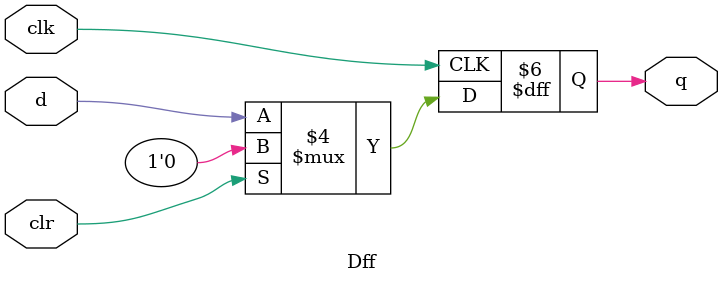
<source format=v>
`timescale 1ns / 1ps
module Dff(
    input  d,
    output reg q,
    input  clk,
    input  clr
);
    initial q = 1'b0;
    
    always @(posedge clk) begin
        if (clr)
            q <= 1'b0;
        else
            q <= d;
    end
endmodule
</source>
